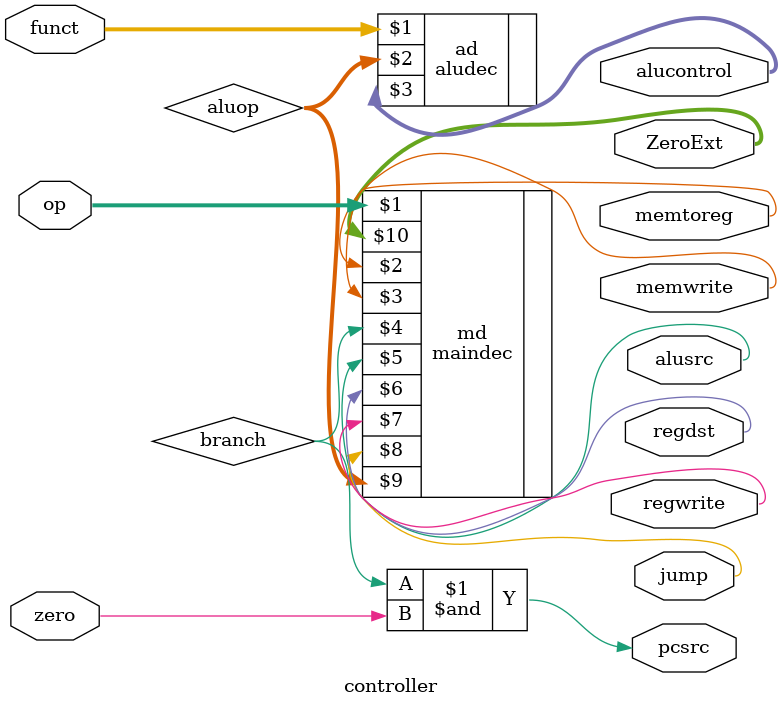
<source format=sv>
`timescale 1ns / 1ps
module controller(input  logic[5:0] op, funct,
                  input  logic     zero,
                  output logic     memtoreg, memwrite,
                  output logic     pcsrc, alusrc,
                  output logic     regdst, regwrite,
                  output logic     jump,
                  output logic[1:0] ZeroExt,
                  output logic[2:0] alucontrol);

   logic [1:0] aluop;
   logic       branch;

   maindec md (op, memtoreg, memwrite, branch, alusrc, regdst, regwrite, 
		 jump, aluop, ZeroExt);

   aludec  ad (funct, aluop, alucontrol);

   assign pcsrc = branch & zero;

endmodule
</source>
